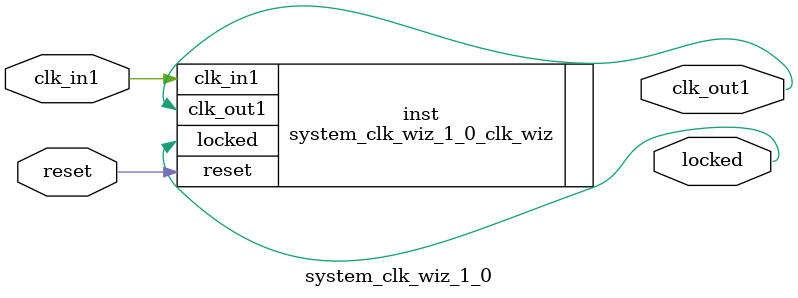
<source format=v>


`timescale 1ps/1ps

(* CORE_GENERATION_INFO = "system_clk_wiz_1_0,clk_wiz_v6_0_11_0_0,{component_name=system_clk_wiz_1_0,use_phase_alignment=true,use_min_o_jitter=false,use_max_i_jitter=false,use_dyn_phase_shift=false,use_inclk_switchover=false,use_dyn_reconfig=false,enable_axi=0,feedback_source=FDBK_AUTO,PRIMITIVE=MMCM,num_out_clk=1,clkin1_period=8.000,clkin2_period=10.000,use_power_down=false,use_reset=true,use_locked=true,use_inclk_stopped=false,feedback_type=SINGLE,CLOCK_MGR_TYPE=NA,manual_override=false}" *)

module system_clk_wiz_1_0 
 (
  // Clock out ports
  output        clk_out1,
  // Status and control signals
  input         reset,
  output        locked,
 // Clock in ports
  input         clk_in1
 );

  system_clk_wiz_1_0_clk_wiz inst
  (
  // Clock out ports  
  .clk_out1(clk_out1),
  // Status and control signals               
  .reset(reset), 
  .locked(locked),
 // Clock in ports
  .clk_in1(clk_in1)
  );

endmodule

</source>
